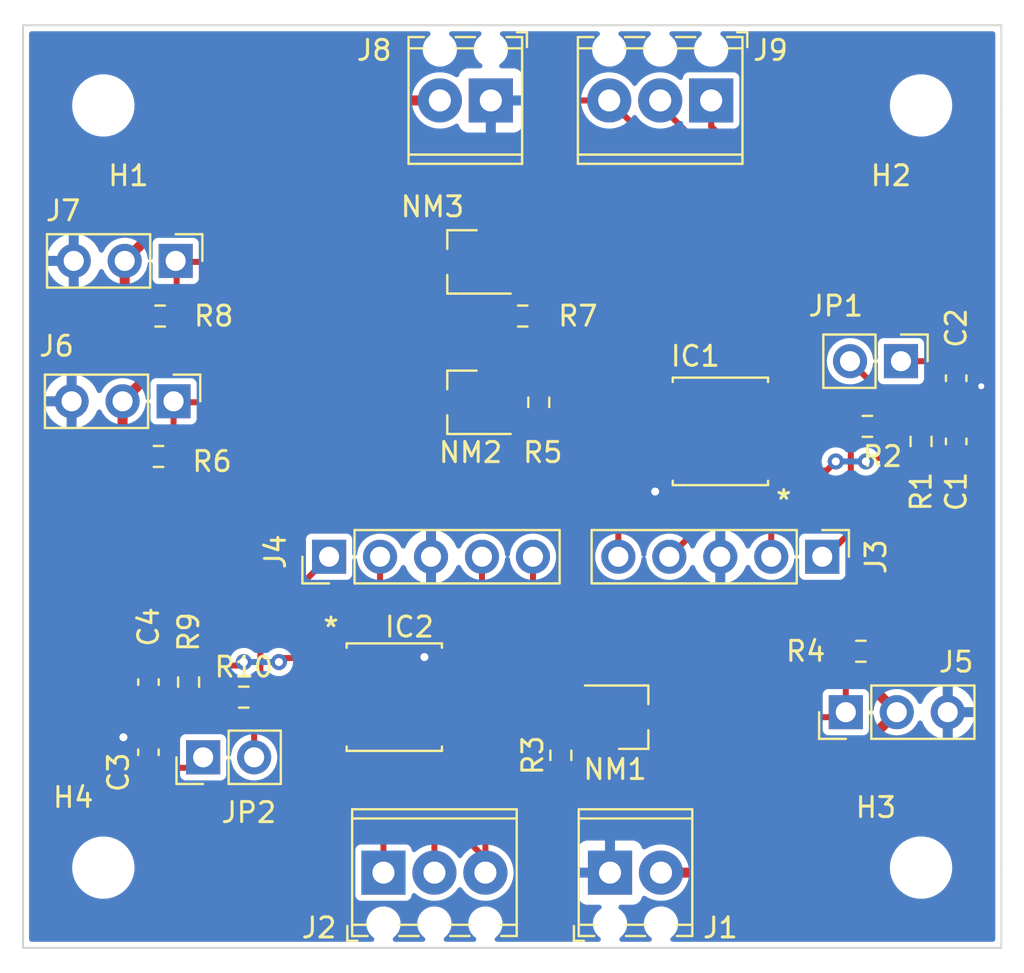
<source format=kicad_pcb>
(kicad_pcb (version 20211014) (generator pcbnew)
  (layers (0 "F.Cu" signal) (31 "B.Cu" signal) (34 "B.Paste" user) (35 "F.Paste" user) (36 "B.SilkS" user "B.Silkscreen") (37 "F.SilkS" user "F.Silkscreen") (38 "B.Mask" user) (39 "F.Mask" user) (44 "Edge.Cuts" user))
  (net 0 "")
  (net 1 "+3.3V")
  (net 2 "GND")
  (net 3 "Net-(C2-Pad1)")
  (net 4 "RA5")
  (net 5 "RA4")
  (net 6 "Net-(C3-Pad1)")
  (net 10 "RC2")
  (net 11 "RC1")
  (net 12 "RC0")
  (net 14 "MCLR1")
  (net 16 "+5V")
  (net 17 "S1")
  (net 18 "S2")
  (net 19 "S3")
  (net 20 "Net-(JP1-Pad2)")
  (net 21 "CLK1")
  (net 22 "DATA1")
  (net 23 "MCLR2")
  (net 30 "CLK2")
  (net 31 "DATA2")
  (net 32 "Net-(JP2-Pad2)")
  (net 33 "RA5_2")
  (net 34 "RA4_2")
  (net 35 "3.3V")
  (net 36 "5V")
  (footprint "Connector_PinHeader_2.54mm:PinHeader_1x03_P2.54mm_Vertical" (layer "F.Cu") (at 117 92.75 90)
    (fp_text reference "J5" (at 2.5 5.5 180) (layer "F.SilkS"))
    (fp_text value "Servo1")
    (fp_line (start -1.33 1.27) (end 1.33 1.27) (layer "F.SilkS") (width 0.12))
    (fp_line (start 1.33 1.27) (end 1.33 6.41) (layer "F.SilkS") (width 0.12))
    (fp_line (start -1.33 1.27) (end -1.33 6.41) (layer "F.SilkS") (width 0.12))
    (fp_line (start -1.33 0) (end -1.33 -1.33) (layer "F.SilkS") (width 0.12))
    (fp_line (start -1.33 -1.33) (end 0 -1.33) (layer "F.SilkS") (width 0.12))
    (fp_line (start -1.33 6.41) (end 1.33 6.41) (layer "F.SilkS") (width 0.12))
    (pad "1" thru_hole rect (at 0 0 90) (size 1.7 1.7) (drill 1) (layers *.Cu *.Mask) (net 17 "S1"))
    (pad "2" thru_hole oval (at 0 2.54 90) (size 1.7 1.7) (drill 1) (layers *.Cu *.Mask) (net 36 "5V"))
    (pad "3" thru_hole oval (at 0 5.08 90) (size 1.7 1.7) (drill 1) (layers *.Cu *.Mask) (net 2 "GND"))
  )
  (footprint "Resistor_SMD:R_0603_1608Metric" (layer "F.Cu") (at 100.9 73)
    (fp_text reference "R7" (at 2.75 0) (layer "F.SilkS"))
    (fp_text value "10k")
    (fp_line (start -0.237258 0.5225) (end 0.237258 0.5225) (layer "F.SilkS") (width 0.12))
    (fp_line (start -0.237258 -0.5225) (end 0.237258 -0.5225) (layer "F.SilkS") (width 0.12))
    (pad "1" smd roundrect (at -0.825 0) (size 0.8 0.95) (layers "F.Cu" "F.Paste" "F.Mask") (net 1 "+3.3V"))
    (pad "2" smd roundrect (at 0.825 0) (size 0.8 0.95) (layers "F.Cu" "F.Paste" "F.Mask") (net 10 "RC2"))
  )
  (footprint "MountingHole:MountingHole_2.5mm" (layer "F.Cu") (at 120.75 100.5)
    (fp_text reference "H3" (at -2.25 -3) (layer "F.SilkS"))
    (fp_text value "MountingHole")
    (pad "" np_thru_hole circle (at 0 0) (size 2.5 2.5) (drill 2.5) (layers F&B.Cu *.Mask))
  )
  (footprint "Capacitor_SMD:C_0603_1608Metric" (layer "F.Cu") (at 82.25 91.25 -90)
    (fp_text reference "C4" (at -2.75 0 90) (layer "F.SilkS"))
    (fp_text value "100n")
    (fp_line (start -0.14058 -0.51) (end 0.14058 -0.51) (layer "F.SilkS") (width 0.12))
    (fp_line (start -0.14058 0.51) (end 0.14058 0.51) (layer "F.SilkS") (width 0.12))
    (pad "1" smd roundrect (at -0.775 0 270) (size 0.9 0.95) (layers "F.Cu" "F.Paste" "F.Mask") (net 35 "3.3V"))
    (pad "2" smd roundrect (at 0.775 0 270) (size 0.9 0.95) (layers "F.Cu" "F.Paste" "F.Mask") (net 2 "GND"))
  )
  (footprint "Resistor_SMD:R_0603_1608Metric" (layer "F.Cu") (at 117.75 89.7125 180)
    (fp_text reference "R4" (at 2.75 0) (layer "F.SilkS"))
    (fp_text value "10k")
    (fp_line (start -0.237258 0.5225) (end 0.237258 0.5225) (layer "F.SilkS") (width 0.12))
    (fp_line (start -0.237258 -0.5225) (end 0.237258 -0.5225) (layer "F.SilkS") (width 0.12))
    (pad "1" smd roundrect (at -0.825 0 180) (size 0.8 0.95) (layers "F.Cu" "F.Paste" "F.Mask") (net 36 "5V"))
    (pad "2" smd roundrect (at 0.825 0 180) (size 0.8 0.95) (layers "F.Cu" "F.Paste" "F.Mask") (net 17 "S1"))
  )
  (footprint "TerminalBlock_Phoenix:TerminalBlock_Phoenix_MPT-0,5-2-2.54_1x02_P2.54mm_Horizontal" (layer "F.Cu") (at 99.31 62.25 180)
    (fp_text reference "J8" (at 5.81 2.5) (layer "F.SilkS"))
    (fp_text value "Conn_01x02")
    (fp_line (start -1.56 3.16) (end -0.79 3.16) (layer "F.SilkS") (width 0.12))
    (fp_line (start 0.79 2.6) (end 1.75 2.6) (layer "F.SilkS") (width 0.12))
    (fp_line (start 4.1 -3.16) (end 4.1 3.16) (layer "F.SilkS") (width 0.12))
    (fp_line (start -1.8 3.4) (end -1.3 3.4) (layer "F.SilkS") (width 0.12))
    (fp_line (start -1.56 -3.16) (end -1.56 3.16) (layer "F.SilkS") (width 0.12))
    (fp_line (start -1.56 2.6) (end -0.79 2.6) (layer "F.SilkS") (width 0.12))
    (fp_line (start -1.56 -3.16) (end 4.1 -3.16) (layer "F.SilkS") (width 0.12))
    (fp_line (start 0.79 3.16) (end 1.75 3.16) (layer "F.SilkS") (width 0.12))
    (fp_line (start -1.56 -2.7) (end 4.1 -2.7) (layer "F.SilkS") (width 0.12))
    (fp_line (start 3.33 3.16) (end 4.1 3.16) (layer "F.SilkS") (width 0.12))
    (fp_line (start 3.33 2.6) (end 4.1 2.6) (layer "F.SilkS") (width 0.12))
    (fp_line (start -1.8 2.66) (end -1.8 3.4) (layer "F.SilkS") (width 0.12))
    (pad "" np_thru_hole circle (at 0 2.54 180) (size 1.1 1.1) (drill 1.1) (layers *.Cu *.Mask))
    (pad "" np_thru_hole circle (at 2.54 2.54 180) (size 1.1 1.1) (drill 1.1) (layers *.Cu *.Mask))
    (pad "1" thru_hole rect (at 0 0 180) (size 2.2 2.2) (drill 1.1) (layers *.Cu *.Mask) (net 2 "GND"))
    (pad "2" thru_hole circle (at 2.54 0 180) (size 2.2 2.2) (drill 1.1) (layers *.Cu *.Mask) (net 16 "+5V"))
  )
  (footprint "TerminalBlock_Phoenix:TerminalBlock_Phoenix_MPT-0,5-2-2.54_1x02_P2.54mm_Horizontal" (layer "F.Cu") (at 105.25 100.75)
    (fp_text reference "J1" (at 5.5 2.75) (layer "F.SilkS"))
    (fp_text value "Conn_01x02")
    (fp_line (start 4.1 -3.16) (end 4.1 3.16) (layer "F.SilkS") (width 0.12))
    (fp_line (start -1.8 2.66) (end -1.8 3.4) (layer "F.SilkS") (width 0.12))
    (fp_line (start -1.56 3.16) (end -0.79 3.16) (layer "F.SilkS") (width 0.12))
    (fp_line (start 0.79 2.6) (end 1.75 2.6) (layer "F.SilkS") (width 0.12))
    (fp_line (start -1.56 2.6) (end -0.79 2.6) (layer "F.SilkS") (width 0.12))
    (fp_line (start -1.8 3.4) (end -1.3 3.4) (layer "F.SilkS") (width 0.12))
    (fp_line (start 3.33 3.16) (end 4.1 3.16) (layer "F.SilkS") (width 0.12))
    (fp_line (start -1.56 -2.7) (end 4.1 -2.7) (layer "F.SilkS") (width 0.12))
    (fp_line (start -1.56 -3.16) (end -1.56 3.16) (layer "F.SilkS") (width 0.12))
    (fp_line (start -1.56 -3.16) (end 4.1 -3.16) (layer "F.SilkS") (width 0.12))
    (fp_line (start 0.79 3.16) (end 1.75 3.16) (layer "F.SilkS") (width 0.12))
    (fp_line (start 3.33 2.6) (end 4.1 2.6) (layer "F.SilkS") (width 0.12))
    (pad "" np_thru_hole circle (at 0 2.54) (size 1.1 1.1) (drill 1.1) (layers *.Cu *.Mask))
    (pad "" np_thru_hole circle (at 2.54 2.54) (size 1.1 1.1) (drill 1.1) (layers *.Cu *.Mask))
    (pad "1" thru_hole rect (at 0 0) (size 2.2 2.2) (drill 1.1) (layers *.Cu *.Mask) (net 2 "GND"))
    (pad "2" thru_hole circle (at 2.54 0) (size 2.2 2.2) (drill 1.1) (layers *.Cu *.Mask) (net 36 "5V"))
  )
  (footprint "Connector_PinHeader_2.54mm:PinHeader_1x05_P2.54mm_Vertical" (layer "F.Cu") (at 115.825 85 -90)
    (fp_text reference "J3" (at 0 -2.675 90) (layer "F.SilkS"))
    (fp_text value "Conn_01x05")
    (fp_line (start -1.33 1.27) (end -1.33 11.49) (layer "F.SilkS") (width 0.12))
    (fp_line (start -1.33 -1.33) (end 0 -1.33) (layer "F.SilkS") (width 0.12))
    (fp_line (start -1.33 11.49) (end 1.33 11.49) (layer "F.SilkS") (width 0.12))
    (fp_line (start 1.33 1.27) (end 1.33 11.49) (layer "F.SilkS") (width 0.12))
    (fp_line (start -1.33 0) (end -1.33 -1.33) (layer "F.SilkS") (width 0.12))
    (fp_line (start -1.33 1.27) (end 1.33 1.27) (layer "F.SilkS") (width 0.12))
    (pad "1" thru_hole rect (at 0 0 270) (size 1.7 1.7) (drill 1) (layers *.Cu *.Mask) (net 14 "MCLR1"))
    (pad "2" thru_hole oval (at 0 2.54 270) (size 1.7 1.7) (drill 1) (layers *.Cu *.Mask) (net 1 "+3.3V"))
    (pad "3" thru_hole oval (at 0 5.08 270) (size 1.7 1.7) (drill 1) (layers *.Cu *.Mask) (net 2 "GND"))
    (pad "4" thru_hole oval (at 0 7.62 270) (size 1.7 1.7) (drill 1) (layers *.Cu *.Mask) (net 22 "DATA1"))
    (pad "5" thru_hole oval (at 0 10.16 270) (size 1.7 1.7) (drill 1) (layers *.Cu *.Mask) (net 21 "CLK1"))
  )
  (footprint "footprints:PIC16F15224-Eslash-ST" (layer "F.Cu") (at 94.5 92)
    (fp_text reference "IC2" (at 0.75 -3.5) (layer "F.SilkS"))
    (fp_text value "PIC16F15224-E_ST" hide)
    (fp_text user "*" (at -3.15595 -3.4486) (layer "F.SilkS"))
    (fp_line (start -2.3749 2.6797) (end 2.3749 2.6797) (layer "F.SilkS") (width 0.12))
    (fp_line (start -2.3749 2.460539) (end -2.3749 2.6797) (layer "F.SilkS") (width 0.12))
    (fp_line (start 2.3749 -2.6797) (end -2.3749 -2.6797) (layer "F.SilkS") (width 0.12))
    (fp_line (start 2.3749 -2.460539) (end 2.3749 -2.6797) (layer "F.SilkS") (width 0.12))
    (fp_line (start 2.3749 2.6797) (end 2.3749 2.460541) (layer "F.SilkS") (width 0.12))
    (fp_line (start -2.3749 -2.6797) (end -2.3749 -2.460541) (layer "F.SilkS") (width 0.12))
    (pad "1" smd rect (at -2.90195 -1.950001) (size 1.3081 0.3556) (layers "F.Cu" "F.Paste" "F.Mask") (net 35 "3.3V"))
    (pad "2" smd rect (at -2.90195 -1.3) (size 1.3081 0.3556) (layers "F.Cu" "F.Paste" "F.Mask") (net 33 "RA5_2"))
    (pad "3" smd rect (at -2.90195 -0.649999) (size 1.3081 0.3556) (layers "F.Cu" "F.Paste" "F.Mask") (net 34 "RA4_2"))
    (pad "4" smd rect (at -2.90195 0) (size 1.3081 0.3556) (layers "F.Cu" "F.Paste" "F.Mask") (net 23 "MCLR2"))
    (pad "5" smd rect (at -2.90195 0.649999) (size 1.3081 0.3556) (layers "F.Cu" "F.Paste" "F.Mask"))
    (pad "6" smd rect (at -2.90195 1.3) (size 1.3081 0.3556) (layers "F.Cu" "F.Paste" "F.Mask"))
    (pad "7" smd rect (at -2.90195 1.949999) (size 1.3081 0.3556) (layers "F.Cu" "F.Paste" "F.Mask"))
    (pad "8" smd rect (at 2.90195 1.950001) (size 1.3081 0.3556) (layers "F.Cu" "F.Paste" "F.Mask") (net 12 "RC0"))
    (pad "9" smd rect (at 2.90195 1.3) (size 1.3081 0.3556) (layers "F.Cu" "F.Paste" "F.Mask"))
    (pad "10" smd rect (at 2.90195 0.650001) (size 1.3081 0.3556) (layers "F.Cu" "F.Paste" "F.Mask"))
    (pad "11" smd rect (at 2.90195 0) (size 1.3081 0.3556) (layers "F.Cu" "F.Paste" "F.Mask"))
    (pad "12" smd rect (at 2.90195 -0.649999) (size 1.3081 0.3556) (layers "F.Cu" "F.Paste" "F.Mask") (net 30 "CLK2"))
    (pad "13" smd rect (at 2.90195 -1.3) (size 1.3081 0.3556) (layers "F.Cu" "F.Paste" "F.Mask") (net 31 "DATA2"))
    (pad "14" smd rect (at 2.90195 -1.949999) (size 1.3081 0.3556) (layers "F.Cu" "F.Paste" "F.Mask") (net 2 "GND"))
  )
  (footprint "TerminalBlock_Phoenix:TerminalBlock_Phoenix_MPT-0,5-3-2.54_1x03_P2.54mm_Horizontal" (layer "F.Cu") (at 110.29 62.25 180)
    (fp_text reference "J9" (at -2.96 2.5) (layer "F.SilkS"))
    (fp_text value "Conn_01x03")
    (fp_line (start -1.8 2.66) (end -1.8 3.4) (layer "F.SilkS") (width 0.12))
    (fp_line (start -1.56 -3.16) (end -1.56 3.16) (layer "F.SilkS") (width 0.12))
    (fp_line (start 6.64 -3.16) (end 6.64 3.16) (layer "F.SilkS") (width 0.12))
    (fp_line (start -1.56 -2.7) (end 6.64 -2.7) (layer "F.SilkS") (width 0.12))
    (fp_line (start -1.56 3.16) (end -0.79 3.16) (layer "F.SilkS") (width 0.12))
    (fp_line (start 5.87 3.16) (end 6.64 3.16) (layer "F.SilkS") (width 0.12))
    (fp_line (start -1.8 3.4) (end -1.3 3.4) (layer "F.SilkS") (width 0.12))
    (fp_line (start 3.33 2.6) (end 4.29 2.6) (layer "F.SilkS") (width 0.12))
    (fp_line (start -1.56 -3.16) (end 6.64 -3.16) (layer "F.SilkS") (width 0.12))
    (fp_line (start 5.87 2.6) (end 6.64 2.6) (layer "F.SilkS") (width 0.12))
    (fp_line (start 0.79 3.16) (end 1.75 3.16) (layer "F.SilkS") (width 0.12))
    (fp_line (start -1.56 2.6) (end -0.79 2.6) (layer "F.SilkS") (width 0.12))
    (fp_line (start 3.33 3.16) (end 4.29 3.16) (layer "F.SilkS") (width 0.12))
    (fp_line (start 0.79 2.6) (end 1.75 2.6) (layer "F.SilkS") (width 0.12))
    (pad "" np_thru_hole circle (at 5.08 2.54 180) (size 1.1 1.1) (drill 1.1) (layers *.Cu *.Mask))
    (pad "" np_thru_hole circle (at 2.54 2.54 180) (size 1.1 1.1) (drill 1.1) (layers *.Cu *.Mask))
    (pad "" np_thru_hole circle (at 0 2.54 180) (size 1.1 1.1) (drill 1.1) (layers *.Cu *.Mask))
    (pad "1" thru_hole rect (at 0 0 180) (size 2.2 2.2) (drill 1.1) (layers *.Cu *.Mask) (net 5 "RA4"))
    (pad "2" thru_hole circle (at 2.54 0 180) (size 2.2 2.2) (drill 1.1) (layers *.Cu *.Mask) (net 4 "RA5"))
    (pad "3" thru_hole circle (at 5.08 0 180) (size 2.2 2.2) (drill 1.1) (layers *.Cu *.Mask) (net 1 "+3.3V"))
  )
  (footprint "Resistor_SMD:R_0603_1608Metric" (layer "F.Cu") (at 82.75 80)
    (fp_text reference "R6" (at 2.67 0.25) (layer "F.SilkS"))
    (fp_text value "10k")
    (fp_line (start -0.237258 0.5225) (end 0.237258 0.5225) (layer "F.SilkS") (width 0.12))
    (fp_line (start -0.237258 -0.5225) (end 0.237258 -0.5225) (layer "F.SilkS") (width 0.12))
    (pad "1" smd roundrect (at -0.825 0) (size 0.8 0.95) (layers "F.Cu" "F.Paste" "F.Mask") (net 16 "+5V"))
    (pad "2" smd roundrect (at 0.825 0) (size 0.8 0.95) (layers "F.Cu" "F.Paste" "F.Mask") (net 18 "S2"))
  )
  (footprint "footprints:PIC16F15224-Eslash-ST" (layer "F.Cu") (at 110.75 78.75 180)
    (fp_text reference "IC1" (at 1.25 3.75) (layer "F.SilkS"))
    (fp_text value "PIC16F15224-E_ST" hide)
    (fp_text user "*" (at -3.15595 -3.4486) (layer "F.SilkS"))
    (fp_line (start -2.3749 2.460539) (end -2.3749 2.6797) (layer "F.SilkS") (width 0.12))
    (fp_line (start 2.3749 2.6797) (end 2.3749 2.460541) (layer "F.SilkS") (width 0.12))
    (fp_line (start 2.3749 -2.460539) (end 2.3749 -2.6797) (layer "F.SilkS") (width 0.12))
    (fp_line (start -2.3749 2.6797) (end 2.3749 2.6797) (layer "F.SilkS") (width 0.12))
    (fp_line (start 2.3749 -2.6797) (end -2.3749 -2.6797) (layer "F.SilkS") (width 0.12))
    (fp_line (start -2.3749 -2.6797) (end -2.3749 -2.460541) (layer "F.SilkS") (width 0.12))
    (pad "1" smd rect (at -2.90195 -1.950001 180) (size 1.3081 0.3556) (layers "F.Cu" "F.Paste" "F.Mask") (net 1 "+3.3V"))
    (pad "2" smd rect (at -2.90195 -1.3 180) (size 1.3081 0.3556) (layers "F.Cu" "F.Paste" "F.Mask") (net 4 "RA5"))
    (pad "3" smd rect (at -2.90195 -0.649999 180) (size 1.3081 0.3556) (layers "F.Cu" "F.Paste" "F.Mask") (net 5 "RA4"))
    (pad "4" smd rect (at -2.90195 0 180) (size 1.3081 0.3556) (layers "F.Cu" "F.Paste" "F.Mask") (net 14 "MCLR1"))
    (pad "5" smd rect (at -2.90195 0.649999 180) (size 1.3081 0.3556) (layers "F.Cu" "F.Paste" "F.Mask"))
    (pad "6" smd rect (at -2.90195 1.3 180) (size 1.3081 0.3556) (layers "F.Cu" "F.Paste" "F.Mask"))
    (pad "7" smd rect (at -2.90195 1.949999 180) (size 1.3081 0.3556) (layers "F.Cu" "F.Paste" "F.Mask"))
    (pad "8" smd rect (at 2.90195 1.950001 180) (size 1.3081 0.3556) (layers "F.Cu" "F.Paste" "F.Mask") (net 10 "RC2"))
    (pad "9" smd rect (at 2.90195 1.3 180) (size 1.3081 0.3556) (layers "F.Cu" "F.Paste" "F.Mask") (net 11 "RC1"))
    (pad "10" smd rect (at 2.90195 0.650001 180) (size 1.3081 0.3556) (layers "F.Cu" "F.Paste" "F.Mask"))
    (pad "11" smd rect (at 2.90195 0 180) (size 1.3081 0.3556) (layers "F.Cu" "F.Paste" "F.Mask"))
    (pad "12" smd rect (at 2.90195 -0.649999 180) (size 1.3081 0.3556) (layers "F.Cu" "F.Paste" "F.Mask") (net 21 "CLK1"))
    (pad "13" smd rect (at 2.90195 -1.3 180) (size 1.3081 0.3556) (layers "F.Cu" "F.Paste" "F.Mask") (net 22 "DATA1"))
    (pad "14" smd rect (at 2.90195 -1.949999 180) (size 1.3081 0.3556) (layers "F.Cu" "F.Paste" "F.Mask") (net 2 "GND"))
  )
  (footprint "Resistor_SMD:R_0603_1608Metric" (layer "F.Cu") (at 87 92 180)
    (fp_text reference "R10" (at 0 1.5) (layer "F.SilkS"))
    (fp_text value "220")
    (fp_line (start -0.237258 -0.5225) (end 0.237258 -0.5225) (layer "F.SilkS") (width 0.12))
    (fp_line (start -0.237258 0.5225) (end 0.237258 0.5225) (layer "F.SilkS") (width 0.12))
    (pad "1" smd roundrect (at -0.825 0 180) (size 0.8 0.95) (layers "F.Cu" "F.Paste" "F.Mask") (net 23 "MCLR2"))
    (pad "2" smd roundrect (at 0.825 0 180) (size 0.8 0.95) (layers "F.Cu" "F.Paste" "F.Mask") (net 32 "Net-(JP2-Pad2)"))
  )
  (footprint "Resistor_SMD:R_0603_1608Metric" (layer "F.Cu") (at 120.75 79.25 -90)
    (fp_text reference "R1" (at 2.5 0 90) (layer "F.SilkS"))
    (fp_text value "10k")
    (fp_line (start -0.237258 0.5225) (end 0.237258 0.5225) (layer "F.SilkS") (width 0.12))
    (fp_line (start -0.237258 -0.5225) (end 0.237258 -0.5225) (layer "F.SilkS") (width 0.12))
    (pad "1" smd roundrect (at -0.825 0 270) (size 0.8 0.95) (layers "F.Cu" "F.Paste" "F.Mask") (net 20 "Net-(JP1-Pad2)"))
    (pad "2" smd roundrect (at 0.825 0 270) (size 0.8 0.95) (layers "F.Cu" "F.Paste" "F.Mask") (net 1 "+3.3V"))
  )
  (footprint "Resistor_SMD:R_0603_1608Metric" (layer "F.Cu") (at 118.075 78.5)
    (fp_text reference "R2" (at 0.75 1.5) (layer "F.SilkS"))
    (fp_text value "220")
    (fp_line (start -0.237258 -0.5225) (end 0.237258 -0.5225) (layer "F.SilkS") (width 0.12))
    (fp_line (start -0.237258 0.5225) (end 0.237258 0.5225) (layer "F.SilkS") (width 0.12))
    (pad "1" smd roundrect (at -0.825 0) (size 0.8 0.95) (layers "F.Cu" "F.Paste" "F.Mask") (net 14 "MCLR1"))
    (pad "2" smd roundrect (at 0.825 0) (size 0.8 0.95) (layers "F.Cu" "F.Paste" "F.Mask") (net 20 "Net-(JP1-Pad2)"))
  )
  (footprint "Capacitor_SMD:C_0603_1608Metric" (layer "F.Cu") (at 122.5 76.1 -90)
    (fp_text reference "C2" (at -2.5 0 90) (layer "F.SilkS"))
    (fp_text value "10n")
    (fp_line (start -0.14058 -0.51) (end 0.14058 -0.51) (layer "F.SilkS") (width 0.12))
    (fp_line (start -0.14058 0.51) (end 0.14058 0.51) (layer "F.SilkS") (width 0.12))
    (pad "1" smd roundrect (at -0.775 0 270) (size 0.9 0.95) (layers "F.Cu" "F.Paste" "F.Mask") (net 3 "Net-(C2-Pad1)"))
    (pad "2" smd roundrect (at 0.775 0 270) (size 0.9 0.95) (layers "F.Cu" "F.Paste" "F.Mask") (net 2 "GND"))
  )
  (footprint "Capacitor_SMD:C_0603_1608Metric" (layer "F.Cu") (at 82.25 94.75 90)
    (fp_text reference "C3" (at -1 -1.5 90) (layer "F.SilkS"))
    (fp_text value "10n")
    (fp_line (start -0.14058 -0.51) (end 0.14058 -0.51) (layer "F.SilkS") (width 0.12))
    (fp_line (start -0.14058 0.51) (end 0.14058 0.51) (layer "F.SilkS") (width 0.12))
    (pad "1" smd roundrect (at -0.775 0 90) (size 0.9 0.95) (layers "F.Cu" "F.Paste" "F.Mask") (net 6 "Net-(C3-Pad1)"))
    (pad "2" smd roundrect (at 0.775 0 90) (size 0.9 0.95) (layers "F.Cu" "F.Paste" "F.Mask") (net 2 "GND"))
  )
  (footprint "MountingHole:MountingHole_2.5mm" (layer "F.Cu") (at 120.75 62.5)
    (fp_text reference "H2" (at -1.5 3.5) (layer "F.SilkS"))
    (fp_text value "MountingHole")
    (pad "" np_thru_hole circle (at 0 0) (size 2.5 2.5) (drill 2.5) (layers F&B.Cu *.Mask))
  )
  (footprint "Resistor_SMD:R_0603_1608Metric" (layer "F.Cu") (at 101.7 77.3 90)
    (fp_text reference "R5" (at -2.5 0.2 180) (layer "F.SilkS"))
    (fp_text value "10k")
    (fp_line (start -0.237258 0.5225) (end 0.237258 0.5225) (layer "F.SilkS") (width 0.12))
    (fp_line (start -0.237258 -0.5225) (end 0.237258 -0.5225) (layer "F.SilkS") (width 0.12))
    (pad "1" smd roundrect (at -0.825 0 90) (size 0.8 0.95) (layers "F.Cu" "F.Paste" "F.Mask") (net 1 "+3.3V"))
    (pad "2" smd roundrect (at 0.825 0 90) (size 0.8 0.95) (layers "F.Cu" "F.Paste" "F.Mask") (net 11 "RC1"))
  )
  (footprint "Connector_PinHeader_2.54mm:PinHeader_1x03_P2.54mm_Vertical" (layer "F.Cu") (at 83.605 70.25 -90)
    (fp_text reference "J7" (at -2.5 5.605 180) (layer "F.SilkS"))
    (fp_text value "Servo3")
    (fp_line (start -1.33 6.41) (end 1.33 6.41) (layer "F.SilkS") (width 0.12))
    (fp_line (start -1.33 -1.33) (end 0 -1.33) (layer "F.SilkS") (width 0.12))
    (fp_line (start -1.33 0) (end -1.33 -1.33) (layer "F.SilkS") (width 0.12))
    (fp_line (start -1.33 1.27) (end 1.33 1.27) (layer "F.SilkS") (width 0.12))
    (fp_line (start 1.33 1.27) (end 1.33 6.41) (layer "F.SilkS") (width 0.12))
    (fp_line (start -1.33 1.27) (end -1.33 6.41) (layer "F.SilkS") (width 0.12))
    (pad "1" thru_hole rect (at 0 0 270) (size 1.7 1.7) (drill 1) (layers *.Cu *.Mask) (net 19 "S3"))
    (pad "2" thru_hole oval (at 0 2.54 270) (size 1.7 1.7) (drill 1) (layers *.Cu *.Mask) (net 16 "+5V"))
    (pad "3" thru_hole oval (at 0 5.08 270) (size 1.7 1.7) (drill 1) (layers *.Cu *.Mask) (net 2 "GND"))
  )
  (footprint "Capacitor_SMD:C_0603_1608Metric" (layer "F.Cu") (at 122.5 79.25 90)
    (fp_text reference "C1" (at -2.5 0 90) (layer "F.SilkS"))
    (fp_text value "100n")
    (fp_line (start -0.14058 -0.51) (end 0.14058 -0.51) (layer "F.SilkS") (width 0.12))
    (fp_line (start -0.14058 0.51) (end 0.14058 0.51) (layer "F.SilkS") (width 0.12))
    (pad "1" smd roundrect (at -0.775 0 90) (size 0.9 0.95) (layers "F.Cu" "F.Paste" "F.Mask") (net 1 "+3.3V"))
    (pad "2" smd roundrect (at 0.775 0 90) (size 0.9 0.95) (layers "F.Cu" "F.Paste" "F.Mask") (net 2 "GND"))
  )
  (footprint "Package_TO_SOT_SMD:SOT-23_Handsoldering" (layer "F.Cu") (at 106.4 93)
    (fp_text reference "NM1" (at -0.9 2.6) (layer "F.SilkS"))
    (fp_text value "BSS138")
    (fp_line (start 0.76 1.58) (end -0.7 1.58) (layer "F.SilkS") (width 0.12))
    (fp_line (start 0.76 1.58) (end 0.76 0.65) (layer "F.SilkS") (width 0.12))
    (fp_line (start 0.76 -1.58) (end 0.76 -0.65) (layer "F.SilkS") (width 0.12))
    (fp_line (start 0.76 -1.58) (end -2.4 -1.58) (layer "F.SilkS") (width 0.12))
    (pad "1" smd rect (at 1.5 0) (size 1.9 0.8) (layers "F.Cu" "F.Paste" "F.Mask") (net 17 "S1"))
    (pad "2" smd rect (at -1.5 -0.95) (size 1.9 0.8) (layers "F.Cu" "F.Paste" "F.Mask") (net 35 "3.3V"))
    (pad "3" smd rect (at -1.5 0.95) (size 1.9 0.8) (layers "F.Cu" "F.Paste" "F.Mask") (net 12 "RC0"))
  )
  (footprint "Resistor_SMD:R_0603_1608Metric" (layer "F.Cu") (at 84.25 91.25 90)
    (fp_text reference "R9" (at 2.5 0 90) (layer "F.SilkS"))
    (fp_text value "10k")
    (fp_line (start -0.237258 -0.5225) (end 0.237258 -0.5225) (layer "F.SilkS") (width 0.12))
    (fp_line (start -0.237258 0.5225) (end 0.237258 0.5225) (layer "F.SilkS") (width 0.12))
    (pad "1" smd roundrect (at -0.825 0 90) (size 0.8 0.95) (layers "F.Cu" "F.Paste" "F.Mask") (net 32 "Net-(JP2-Pad2)"))
    (pad "2" smd roundrect (at 0.825 0 90) (size 0.8 0.95) (layers "F.Cu" "F.Paste" "F.Mask") (net 35 "3.3V"))
  )
  (footprint "Resistor_SMD:R_0603_1608Metric" (layer "F.Cu") (at 82.83 73)
    (fp_text reference "R8" (at 2.67 0) (layer "F.SilkS"))
    (fp_text value "10k")
    (fp_line (start -0.237258 0.5225) (end 0.237258 0.5225) (layer "F.SilkS") (width 0.12))
    (fp_line (start -0.237258 -0.5225) (end 0.237258 -0.5225) (layer "F.SilkS") (width 0.12))
    (pad "1" smd roundrect (at -0.825 0) (size 0.8 0.95) (layers "F.Cu" "F.Paste" "F.Mask") (net 16 "+5V"))
    (pad "2" smd roundrect (at 0.825 0) (size 0.8 0.95) (layers "F.Cu" "F.Paste" "F.Mask") (net 19 "S3"))
  )
  (footprint "MountingHole:MountingHole_2.5mm" (layer "F.Cu") (at 80 100.5)
    (fp_text reference "H4" (at -1.5 -3.5) (layer "F.SilkS"))
    (fp_text value "MountingHole")
    (pad "" np_thru_hole circle (at 0 0) (size 2.5 2.5) (drill 2.5) (layers F&B.Cu *.Mask))
  )
  (footprint "Connector_PinHeader_2.54mm:PinHeader_1x05_P2.54mm_Vertical" (layer "F.Cu") (at 91.25 85 90)
    (fp_text reference "J4" (at 0.25 -2.675 90) (layer "F.SilkS"))
    (fp_text value "Conn_01x05")
    (fp_line (start -1.33 11.49) (end 1.33 11.49) (layer "F.SilkS") (width 0.12))
    (fp_line (start -1.33 1.27) (end 1.33 1.27) (layer "F.SilkS") (width 0.12))
    (fp_line (start 1.33 1.27) (end 1.33 11.49) (layer "F.SilkS") (width 0.12))
    (fp_line (start -1.33 -1.33) (end 0 -1.33) (layer "F.SilkS") (width 0.12))
    (fp_line (start -1.33 0) (end -1.33 -1.33) (layer "F.SilkS") (width 0.12))
    (fp_line (start -1.33 1.27) (end -1.33 11.49) (layer "F.SilkS") (width 0.12))
    (pad "1" thru_hole rect (at 0 0 90) (size 1.7 1.7) (drill 1) (layers *.Cu *.Mask) (net 23 "MCLR2"))
    (pad "2" thru_hole oval (at 0 2.54 90) (size 1.7 1.7) (drill 1) (layers *.Cu *.Mask) (net 35 "3.3V"))
    (pad "3" thru_hole oval (at 0 5.08 90) (size 1.7 1.7) (drill 1) (layers *.Cu *.Mask) (net 2 "GND"))
    (pad "4" thru_hole oval (at 0 7.62 90) (size 1.7 1.7) (drill 1) (layers *.Cu *.Mask) (net 31 "DATA2"))
    (pad "5" thru_hole oval (at 0 10.16 90) (size 1.7 1.7) (drill 1) (layers *.Cu *.Mask) (net 30 "CLK2"))
  )
  (footprint "Resistor_SMD:R_0603_1608Metric" (layer "F.Cu") (at 102.8 94.9 90)
    (fp_text reference "R3" (at 0 -1.4 90) (layer "F.SilkS"))
    (fp_text value "10k")
    (fp_line (start -0.237258 0.5225) (end 0.237258 0.5225) (layer "F.SilkS") (width 0.12))
    (fp_line (start -0.237258 -0.5225) (end 0.237258 -0.5225) (layer "F.SilkS") (width 0.12))
    (pad "1" smd roundrect (at -0.825 0 90) (size 0.8 0.95) (layers "F.Cu" "F.Paste" "F.Mask") (net 35 "3.3V"))
    (pad "2" smd roundrect (at 0.825 0 90) (size 0.8 0.95) (layers "F.Cu" "F.Paste" "F.Mask") (net 12 "RC0"))
  )
  (footprint "Package_TO_SOT_SMD:SOT-23_Handsoldering" (layer "F.Cu") (at 97.9 70.3 180)
    (fp_text reference "NM3" (at 1.5 2.75) (layer "F.SilkS"))
    (fp_text value "BSS138")
    (fp_line (start 0.76 1.58) (end 0.76 0.65) (layer "F.SilkS") (width 0.12))
    (fp_line (start 0.76 1.58) (end -0.7 1.58) (layer "F.SilkS") (width 0.12))
    (fp_line (start 0.76 -1.58) (end 0.76 -0.65) (layer "F.SilkS") (width 0.12))
    (fp_line (start 0.76 -1.58) (end -2.4 -1.58) (layer "F.SilkS") (width 0.12))
    (pad "1" smd rect (at 1.5 0 180) (size 1.9 0.8) (layers "F.Cu" "F.Paste" "F.Mask") (net 19 "S3"))
    (pad "2" smd rect (at -1.5 -0.95 180) (size 1.9 0.8) (layers "F.Cu" "F.Paste" "F.Mask") (net 1 "+3.3V"))
    (pad "3" smd rect (at -1.5 0.95 180) (size 1.9 0.8) (layers "F.Cu" "F.Paste" "F.Mask") (net 10 "RC2"))
  )
  (footprint "TerminalBlock_Phoenix:TerminalBlock_Phoenix_MPT-0,5-3-2.54_1x03_P2.54mm_Horizontal" (layer "F.Cu") (at 93.96 100.75)
    (fp_text reference "J2" (at -3.21 2.75) (layer "F.SilkS"))
    (fp_text value "Conn_01x03")
    (fp_line (start 0.79 2.6) (end 1.75 2.6) (layer "F.SilkS") (width 0.12))
    (fp_line (start 5.87 3.16) (end 6.64 3.16) (layer "F.SilkS") (width 0.12))
    (fp_line (start -1.56 -3.16) (end -1.56 3.16) (layer "F.SilkS") (width 0.12))
    (fp_line (start -1.56 2.6) (end -0.79 2.6) (layer "F.SilkS") (width 0.12))
    (fp_line (start -1.56 3.16) (end -0.79 3.16) (layer "F.SilkS") (width 0.12))
    (fp_line (start 6.64 -3.16) (end 6.64 3.16) (layer "F.SilkS") (width 0.12))
    (fp_line (start -1.56 -2.7) (end 6.64 -2.7) (layer "F.SilkS") (width 0.12))
    (fp_line (start -1.56 -3.16) (end 6.64 -3.16) (layer "F.SilkS") (width 0.12))
    (fp_line (start 5.87 2.6) (end 6.64 2.6) (layer "F.SilkS") (width 0.12))
    (fp_line (start -1.8 2.66) (end -1.8 3.4) (layer "F.SilkS") (width 0.12))
    (fp_line (start -1.8 3.4) (end -1.3 3.4) (layer "F.SilkS") (width 0.12))
    (fp_line (start 3.33 3.16) (end 4.29 3.16) (layer "F.SilkS") (width 0.12))
    (fp_line (start 0.79 3.16) (end 1.75 3.16) (layer "F.SilkS") (width 0.12))
    (fp_line (start 3.33 2.6) (end 4.29 2.6) (layer "F.SilkS") (width 0.12))
    (pad "" np_thru_hole circle (at 2.54 2.54) (size 1.1 1.1) (drill 1.1) (layers *.Cu *.Mask))
    (pad "" np_thru_hole circle (at 0 2.54) (size 1.1 1.1) (drill 1.1) (layers *.Cu *.Mask))
    (pad "" np_thru_hole circle (at 5.08 2.54) (size 1.1 1.1) (drill 1.1) (layers *.Cu *.Mask))
    (pad "1" thru_hole rect (at 0 0) (size 2.2 2.2) (drill 1.1) (layers *.Cu *.Mask) (net 34 "RA4_2"))
    (pad "2" thru_hole circle (at 2.54 0) (size 2.2 2.2) (drill 1.1) (layers *.Cu *.Mask) (net 33 "RA5_2"))
    (pad "3" thru_hole circle (at 5.08 0) (size 2.2 2.2) (drill 1.1) (layers *.Cu *.Mask) (net 35 "3.3V"))
  )
  (footprint "Package_TO_SOT_SMD:SOT-23_Handsoldering" (layer "F.Cu") (at 97.9 77.3 180)
    (fp_text reference "NM2" (at -0.4 -2.5) (layer "F.SilkS"))
    (fp_text value "BSS138")
    (fp_line (start 0.76 1.58) (end 0.76 0.65) (layer "F.SilkS") (width 0.12))
    (fp_line (start 0.76 1.58) (end -0.7 1.58) (layer "F.SilkS") (width 0.12))
    (fp_line (start 0.76 -1.58) (end -2.4 -1.58) (layer "F.SilkS") (width 0.12))
    (fp_line (start 0.76 -1.58) (end 0.76 -0.65) (layer "F.SilkS") (width 0.12))
    (pad "1" smd rect (at 1.5 0 180) (size 1.9 0.8) (layers "F.Cu" "F.Paste" "F.Mask") (net 18 "S2"))
    (pad "2" smd rect (at -1.5 -0.95 180) (size 1.9 0.8) (layers "F.Cu" "F.Paste" "F.Mask") (net 1 "+3.3V"))
    (pad "3" smd rect (at -1.5 0.95 180) (size 1.9 0.8) (layers "F.Cu" "F.Paste" "F.Mask") (net 11 "RC1"))
  )
  (footprint "Connector_PinHeader_2.54mm:PinHeader_1x02_P2.54mm_Vertical" (layer "F.Cu") (at 119.75 75.25 -90)
    (fp_text reference "JP1" (at -2.75 3.25) (layer "F.SilkS"))
    (fp_text value "Jumper_2_Bridged")
    (fp_line (start 1.33 1.27) (end 1.33 3.87) (layer "F.SilkS") (width 0.12))
    (fp_line (start -1.33 3.87) (end 1.33 3.87) (layer "F.SilkS") (width 0.12))
    (fp_line (start -1.33 -1.33) (end 0 -1.33) (layer "F.SilkS") (width 0.12))
    (fp_line (start -1.33 1.27) (end 1.33 1.27) (layer "F.SilkS") (width 0.12))
    (fp_line (start -1.33 0) (end -1.33 -1.33) (layer "F.SilkS") (width 0.12))
    (fp_line (start -1.33 1.27) (end -1.33 3.87) (layer "F.SilkS") (width 0.12))
    (pad "1" thru_hole rect (at 0 0 270) (size 1.7 1.7) (drill 1) (layers *.Cu *.Mask) (net 3 "Net-(C2-Pad1)"))
    (pad "2" thru_hole oval (at 0 2.54 270) (size 1.7 1.7) (drill 1) (layers *.Cu *.Mask) (net 20 "Net-(JP1-Pad2)"))
  )
  (footprint "Connector_PinHeader_2.54mm:PinHeader_1x02_P2.54mm_Vertical" (layer "F.Cu") (at 84.975 95 90)
    (fp_text reference "JP2" (at -2.75 2.275 180) (layer "F.SilkS"))
    (fp_text value "Jumper_2_Bridged")
    (fp_line (start -1.33 1.27) (end -1.33 3.87) (layer "F.SilkS") (width 0.12))
    (fp_line (start 1.33 1.27) (end 1.33 3.87) (layer "F.SilkS") (width 0.12))
    (fp_line (start -1.33 1.27) (end 1.33 1.27) (layer "F.SilkS") (width 0.12))
    (fp_line (start -1.33 -1.33) (end 0 -1.33) (layer "F.SilkS") (width 0.12))
    (fp_line (start -1.33 0) (end -1.33 -1.33) (layer "F.SilkS") (width 0.12))
    (fp_line (start -1.33 3.87) (end 1.33 3.87) (layer "F.SilkS") (width 0.12))
    (pad "1" thru_hole rect (at 0 0 90) (size 1.7 1.7) (drill 1) (layers *.Cu *.Mask) (net 6 "Net-(C3-Pad1)"))
    (pad "2" thru_hole oval (at 0 2.54 90) (size 1.7 1.7) (drill 1) (layers *.Cu *.Mask) (net 32 "Net-(JP2-Pad2)"))
  )
  (footprint "MountingHole:MountingHole_2.5mm" (layer "F.Cu") (at 80 62.5)
    (fp_text reference "H1" (at 1.25 3.5) (layer "F.SilkS"))
    (fp_text value "MountingHole")
    (pad "" np_thru_hole circle (at 0 0) (size 2.5 2.5) (drill 2.5) (layers F&B.Cu *.Mask))
  )
  (footprint "Connector_PinHeader_2.54mm:PinHeader_1x03_P2.54mm_Vertical" (layer "F.Cu") (at 83.5 77.25 -90)
    (fp_text reference "J6" (at -2.75 5.83 180) (layer "F.SilkS"))
    (fp_text value "Servo2")
    (fp_line (start -1.33 6.41) (end 1.33 6.41) (layer "F.SilkS") (width 0.12))
    (fp_line (start -1.33 1.27) (end 1.33 1.27) (layer "F.SilkS") (width 0.12))
    (fp_line (start -1.33 -1.33) (end 0 -1.33) (layer "F.SilkS") (width 0.12))
    (fp_line (start 1.33 1.27) (end 1.33 6.41) (layer "F.SilkS") (width 0.12))
    (fp_line (start -1.33 1.27) (end -1.33 6.41) (layer "F.SilkS") (width 0.12))
    (fp_line (start -1.33 0) (end -1.33 -1.33) (layer "F.SilkS") (width 0.12))
    (pad "1" thru_hole rect (at 0 0 270) (size 1.7 1.7) (drill 1) (layers *.Cu *.Mask) (net 18 "S2"))
    (pad "2" thru_hole oval (at 0 2.54 270) (size 1.7 1.7) (drill 1) (layers *.Cu *.Mask) (net 16 "+5V"))
    (pad "3" thru_hole oval (at 0 5.08 270) (size 1.7 1.7) (drill 1) (layers *.Cu *.Mask) (net 2 "GND"))
  )
  (gr_line (start 124.75 58.5) (end 124.75 62.5) (layer "Edge.Cuts") (width 0.1))
  (gr_line (start 76 62.5) (end 76 100.5) (layer "Edge.Cuts") (width 0.1))
  (gr_line (start 76 58.5) (end 80 58.5) (layer "Edge.Cuts") (width 0.1))
  (gr_line (start 76 104.5) (end 76 100.5) (layer "Edge.Cuts") (width 0.1))
  (gr_line (start 124.75 104.5) (end 120.75 104.5) (layer "Edge.Cuts") (width 0.1))
  (gr_line (start 80 104.5) (end 76 104.5) (layer "Edge.Cuts") (width 0.1))
  (gr_line (start 76 62.5) (end 76 58.5) (layer "Edge.Cuts") (width 0.1))
  (gr_line (start 120.75 58.5) (end 80 58.5) (layer "Edge.Cuts") (width 0.1))
  (gr_line (start 124.75 62.5) (end 124.75 100.5) (layer "Edge.Cuts") (width 0.1))
  (gr_line (start 124.75 100.5) (end 124.75 104.5) (layer "Edge.Cuts") (width 0.1))
  (gr_line (start 120.75 104.5) (end 80 104.5) (layer "Edge.Cuts") (width 0.1))
  (gr_line (start 120.75 58.5) (end 124.75 58.5) (layer "Edge.Cuts") (width 0.1))
  (segment (start 120.75 80.075) (end 118.175 80.075) (width 0.3) (layer "F.Cu") (net 1))
  (segment (start 111 79.368502) (end 112.331499 80.700001) (width 0.3) (layer "F.Cu") (net 1))
  (segment (start 99.525 78.125) (end 99.4 78.25) (width 0.3) (layer "F.Cu") (net 1))
  (segment (start 97.9 75.8) (end 97.9 77.3) (width 0.3) (layer "F.Cu") (net 1))
  (segment (start 118.175 80.075) (end 118 80.25) (width 0.3) (layer "F.Cu") (net 1))
  (segment (start 113.285 81.066951) (end 113.65195 80.700001) (width 0.3) (layer "F.Cu") (net 1))
  (segment (start 98.85 71.25) (end 99.4 71.25) (width 0.3) (layer "F.Cu") (net 1))
  (segment (start 99.4 71.25) (end 99.4 72.325) (width 0.3) (layer "F.Cu") (net 1))
  (segment (start 100.075 73) (end 100.075 73.625) (width 0.3) (layer "F.Cu") (net 1))
  (segment (start 112.331499 80.700001) (end 113.65195 80.700001) (width 0.3) (layer "F.Cu") (net 1))
  (segment (start 99.4 72.325) (end 100.075 73) (width 0.3) (layer "F.Cu") (net 1))
  (segment (start 103.654366 62.25) (end 97.9 68.004366) (width 0.3) (layer "F.Cu") (net 1))
  (segment (start 97.9 68.004366) (end 97.9 70.3) (width 0.3) (layer "F.Cu") (net 1))
  (segment (start 111 68.04) (end 111 79.368502) (width 0.3) (layer "F.Cu") (net 1))
  (segment (start 105.21 62.25) (end 103.654366 62.25) (width 0.3) (layer "F.Cu") (net 1))
  (segment (start 116.049999 80.700001) (end 113.65195 80.700001) (width 0.3) (layer "F.Cu") (net 1))
  (segment (start 97.9 77.3) (end 98.85 78.25) (width 0.3) (layer "F.Cu") (net 1))
  (segment (start 97.9 70.3) (end 98.85 71.25) (width 0.3) (layer "F.Cu") (net 1))
  (segment (start 116.5 80.25) (end 116.049999 80.700001) (width 0.3) (layer "F.Cu") (net 1))
  (segment (start 105.21 62.25) (end 111 68.04) (width 0.3) (layer "F.Cu") (net 1))
  (segment (start 122.5 80.025) (end 120.8 80.025) (width 0.3) (layer "F.Cu") (net 1))
  (segment (start 100.075 73.625) (end 97.9 75.8) (width 0.3) (layer "F.Cu") (net 1))
  (segment (start 113.285 85) (end 113.285 81.066951) (width 0.3) (layer "F.Cu") (net 1))
  (segment (start 120.8 80.025) (end 120.75 80.075) (width 0.3) (layer "F.Cu") (net 1))
  (segment (start 98.85 78.25) (end 99.4 78.25) (width 0.3) (layer "F.Cu") (net 1))
  (segment (start 101.7 78.125) (end 99.525 78.125) (width 0.3) (layer "F.Cu") (net 1))
  (via (at 116.5 80.25) (size 0.8) (drill 0.4) (layers "F.Cu" "B.Cu") (net 1))
  (via (at 118 80.25) (size 0.8) (drill 0.4) (layers "F.Cu" "B.Cu") (net 1))
  (segment (start 118 80.25) (end 116.5 80.25) (width 0.3) (layer "B.Cu") (net 1))
  (segment (start 122.5 76.875) (end 123.375 76.875) (width 0.3) (layer "F.Cu") (net 2))
  (segment (start 97.40195 90.050001) (end 96.050001 90.050001) (width 0.3) (layer "F.Cu") (net 2))
  (segment (start 122.5 76.875) (end 122.5 78.475) (width 0.3) (layer "F.Cu") (net 2))
  (segment (start 123.375 76.875) (end 123.75 76.5) (width 0.3) (layer "F.Cu") (net 2))
  (segment (start 107.84805 80.699999) (end 107.84805 81.40195) (width 0.3) (layer "F.Cu") (net 2))
  (segment (start 81.025 93.975) (end 81 94) (width 0.3) (layer "F.Cu") (net 2))
  (segment (start 96.050001 90.050001) (end 96 90) (width 0.3) (layer "F.Cu") (net 2))
  (segment (start 82.25 93.975) (end 82.25 92.025) (width 0.3) (layer "F.Cu") (net 2))
  (segment (start 107.84805 81.40195) (end 107.5 81.75) (width 0.3) (layer "F.Cu") (net 2))
  (segment (start 82.25 93.975) (end 81.025 93.975) (width 0.3) (layer "F.Cu") (net 2))
  (via (at 123.75 76.5) (size 0.7) (drill 0.3) (layers "F.Cu" "B.Cu") (net 2))
  (via (at 107.5 81.75) (size 0.8) (drill 0.4) (layers "F.Cu" "B.Cu") (net 2))
  (via (at 81 94) (size 0.8) (drill 0.4) (layers "F.Cu" "B.Cu") (net 2))
  (via (at 96 90) (size 0.8) (drill 0.4) (layers "F.Cu" "B.Cu") (net 2))
  (segment (start 122.425 75.25) (end 122.5 75.325) (width 0.3) (layer "F.Cu") (net 3))
  (segment (start 119.75 75.25) (end 122.425 75.25) (width 0.3) (layer "F.Cu") (net 3))
  (segment (start 111.75 79.029899) (end 112.770101 80.05) (width 0.3) (layer "F.Cu") (net 4))
  (segment (start 111.75 66.5) (end 111.75 79.029899) (width 0.3) (layer "F.Cu") (net 4))
  (segment (start 112.770101 80.05) (end 113.65195 80.05) (width 0.3) (layer "F.Cu") (net 4))
  (segment (start 107.75 62.25) (end 107.75 62.5) (width 0.3) (layer "F.Cu") (net 4))
  (segment (start 107.75 62.5) (end 111.75 66.5) (width 0.3) (layer "F.Cu") (net 4))
  (segment (start 110.29 63.54) (end 112.5 65.75) (width 0.3) (layer "F.Cu") (net 5))
  (segment (start 112.5 65.75) (end 112.5 79) (width 0.3) (layer "F.Cu") (net 5))
  (segment (start 110.29 62.25) (end 110.29 63.54) (width 0.3) (layer "F.Cu") (net 5))
  (segment (start 112.899999 79.399999) (end 113.65195 79.399999) (width 0.3) (layer "F.Cu") (net 5))
  (segment (start 112.5 79) (end 112.899999 79.399999) (width 0.3) (layer "F.Cu") (net 5))
  (segment (start 84.45 95.525) (end 84.975 95) (width 0.3) (layer "F.Cu") (net 6))
  (segment (start 82.25 95.525) (end 84.45 95.525) (width 0.3) (layer "F.Cu") (net 6))
  (segment (start 99.4 69.35) (end 101.05 69.35) (width 0.3) (layer "F.Cu") (net 10))
  (segment (start 103.6 73) (end 107.399999 76.799999) (width 0.3) (layer "F.Cu") (net 10))
  (segment (start 101.725 73) (end 103.6 73) (width 0.3) (layer "F.Cu") (net 10))
  (segment (start 101.725 70.025) (end 101.725 73) (width 0.3) (layer "F.Cu") (net 10))
  (segment (start 107.399999 76.799999) (end 107.84805 76.799999) (width 0.3) (layer "F.Cu") (net 10))
  (segment (start 101.05 69.35) (end 101.725 70.025) (width 0.3) (layer "F.Cu") (net 10))
  (segment (start 101.7 76.475) (end 99.525 76.475) (width 0.3) (layer "F.Cu") (net 11))
  (segment (start 107.84805 77.45) (end 104.55 77.45) (width 0.3) (layer "F.Cu") (net 11))
  (segment (start 103.575 76.475) (end 101.7 76.475) (width 0.3) (layer "F.Cu") (net 11))
  (segment (start 99.525 76.475) (end 99.4 76.35) (width 0.3) (layer "F.Cu") (net 11))
  (segment (start 104.55 77.45) (end 103.575 76.475) (width 0.3) (layer "F.Cu") (net 11))
  (segment (start 102.675001 93.950001) (end 102.8 94.075) (width 0.3) (layer "F.Cu") (net 12))
  (segment (start 104.775 94.075) (end 104.9 93.95) (width 0.3) (layer "F.Cu") (net 12))
  (segment (start 97.40195 93.950001) (end 102.675001 93.950001) (width 0.3) (layer "F.Cu") (net 12))
  (segment (start 102.8 94.075) (end 104.775 94.075) (width 0.3) (layer "F.Cu") (net 12))
  (segment (start 117.25 83.75) (end 117.25 78.5) (width 0.3) (layer "F.Cu") (net 14))
  (segment (start 117.21 78.635) (end 117.325 78.75) (width 0.3) (layer "F.Cu") (net 14))
  (segment (start 115.825 85) (end 116 85) (width 0.3) (layer "F.Cu") (net 14))
  (segment (start 117.4 78.675) (end 117.325 78.75) (width 0.3) (layer "F.Cu") (net 14))
  (segment (start 116 85) (end 117.25 83.75) (width 0.3) (layer "F.Cu") (net 14))
  (segment (start 117 78.75) (end 113.65195 78.75) (width 0.3) (layer "F.Cu") (net 14))
  (segment (start 117.25 78.5) (end 117 78.75) (width 0.3) (layer "F.Cu") (net 14))
  (segment (start 82.005 73) (end 82.005 76.205) (width 0.5) (layer "F.Cu") (net 16))
  (segment (start 80.96 79.035) (end 81.925 80) (width 0.5) (layer "F.Cu") (net 16))
  (segment (start 82.005 76.205) (end 80.96 77.25) (width 0.5) (layer "F.Cu") (net 16))
  (segment (start 81.065 70.25) (end 81.065 72.06) (width 0.5) (layer "F.Cu") (net 16))
  (segment (start 80.96 77.25) (end 80.96 79.035) (width 0.5) (layer "F.Cu") (net 16))
  (segment (start 81.065 70.25) (end 89.065 62.25) (width 0.5) (layer "F.Cu") (net 16))
  (segment (start 89.065 62.25) (end 96.77 62.25) (width 0.5) (layer "F.Cu") (net 16))
  (segment (start 81.065 72.06) (end 82.005 73) (width 0.5) (layer "F.Cu") (net 16))
  (segment (start 107.9 93) (end 116.75 93) (width 0.3) (layer "F.Cu") (net 17))
  (segment (start 116.75 93) (end 117 92.75) (width 0.3) (layer "F.Cu") (net 17))
  (segment (start 117 92.75) (end 117 89.7875) (width 0.3) (layer "F.Cu") (net 17))
  (segment (start 117 89.7875) (end 116.925 89.7125) (width 0.3) (layer "F.Cu") (net 17))
  (segment (start 83.55 77.3) (end 83.5 77.25) (width 0.3) (layer "F.Cu") (net 18))
  (segment (start 83.5 79.925) (end 83.575 80) (width 0.3) (layer "F.Cu") (net 18))
  (segment (start 96.4 77.3) (end 83.55 77.3) (width 0.3) (layer "F.Cu") (net 18))
  (segment (start 83.5 77.25) (end 83.5 79.925) (width 0.3) (layer "F.Cu") (net 18))
  (segment (start 83.655 70.3) (end 83.605 70.25) (width 0.3) (layer "F.Cu") (net 19))
  (segment (start 83.655 73) (end 83.655 70.3) (width 0.3) (layer "F.Cu") (net 19))
  (segment (start 96.4 70.3) (end 83.655 70.3) (width 0.3) (layer "F.Cu") (net 19))
  (segment (start 118.9 76.94) (end 117.21 75.25) (width 0.3) (layer "F.Cu") (net 20))
  (segment (start 118.975 78.425) (end 118.9 78.5) (width 0.3) (layer "F.Cu") (net 20))
  (segment (start 118.9 78.5) (end 118.9 76.94) (width 0.3) (layer "F.Cu") (net 20))
  (segment (start 120.75 78.425) (end 118.975 78.425) (width 0.3) (layer "F.Cu") (net 20))
  (segment (start 105.665 85) (end 105.665 80.835) (width 0.3) (layer "F.Cu") (net 21))
  (segment (start 107.100001 79.399999) (end 107.84805 79.399999) (width 0.3) (layer "F.Cu") (net 21))
  (segment (start 105.665 80.835) (end 107.100001 79.399999) (width 0.3) (layer "F.Cu") (net 21))
  (segment (start 109.055 80.375099) (end 108.729901 80.05) (width 0.3) (layer "F.Cu") (net 22))
  (segment (start 108.729901 80.05) (end 107.84805 80.05) (width 0.3) (layer "F.Cu") (net 22))
  (segment (start 109.055 84.15) (end 109.055 80.375099) (width 0.3) (layer "F.Cu") (net 22))
  (segment (start 108.205 85) (end 109.055 84.15) (width 0.3) (layer "F.Cu") (net 22))
  (segment (start 87.825 92) (end 91.59805 92) (width 0.3) (layer "F.Cu") (net 23))
  (segment (start 87.825 88.425) (end 87.825 92) (width 0.3) (layer "F.Cu") (net 23))
  (segment (start 91.25 85) (end 87.825 88.425) (width 0.3) (layer "F.Cu") (net 23))
  (segment (start 101.41 85) (end 101.41 88.280907) (width 0.3) (layer "F.Cu") (net 30))
  (segment (start 101.41 88.280907) (end 98.340906 91.350001) (width 0.3) (layer "F.Cu") (net 30))
  (segment (start 98.340906 91.350001) (end 97.40195 91.350001) (width 0.3) (layer "F.Cu") (net 30))
  (segment (start 98.283801 90.7) (end 97.40195 90.7) (width 0.3) (layer "F.Cu") (net 31))
  (segment (start 98.87 90.113801) (end 98.283801 90.7) (width 0.3) (layer "F.Cu") (net 31))
  (segment (start 98.87 85) (end 98.87 90.113801) (width 0.3) (layer "F.Cu") (net 31))
  (segment (start 87.515 95) (end 87.515 93.34) (width 0.3) (layer "F.Cu") (net 32))
  (segment (start 87.515 93.34) (end 86.175 92) (width 0.3) (layer "F.Cu") (net 32))
  (segment (start 84.25 92.075) (end 86.1 92.075) (width 0.3) (layer "F.Cu") (net 32))
  (segment (start 86.1 92.075) (end 86.175 92) (width 0.3) (layer "F.Cu") (net 32))
  (segment (start 92.537006 90.7) (end 91.59805 90.7) (width 0.3) (layer "F.Cu") (net 33))
  (segment (start 93.5 96) (end 93.5 91.662994) (width 0.3) (layer "F.Cu") (net 33))
  (segment (start 93.5 96) (end 96.5 99) (width 0.3) (layer "F.Cu") (net 33))
  (segment (start 93.5 91.662994) (end 92.537006 90.7) (width 0.3) (layer "F.Cu") (net 33))
  (segment (start 96.5 99) (end 96.5 100.75) (width 0.3) (layer "F.Cu") (net 33))
  (segment (start 92.75 91.6201) (end 92.479901 91.350001) (width 0.3) (layer "F.Cu") (net 34))
  (segment (start 93.96 97.96) (end 93.96 100.75) (width 0.3) (layer "F.Cu") (net 34))
  (segment (start 93.96 97.96) (end 92.75 96.75) (width 0.3) (layer "F.Cu") (net 34))
  (segment (start 92.75 96.75) (end 92.75 91.6201) (width 0.3) (layer "F.Cu") (net 34))
  (segment (start 92.479901 91.350001) (end 91.59805 91.350001) (width 0.3) (layer "F.Cu") (net 34))
  (segment (start 94.25 95.25) (end 99.04 100.04) (width 0.3) (layer "F.Cu") (net 35))
  (segment (start 86.825 90.425) (end 87 90.25) (width 0.3) (layer "F.Cu") (net 35))
  (segment (start 105.55 92.05) (end 104.9 92.05) (width 0.3) (layer "F.Cu") (net 35))
  (segment (start 88.75 90.25) (end 88.950001 90.049999) (width 0.3) (layer "F.Cu") (net 35))
  (segment (start 102.8 95.725) (end 105.175 95.725) (width 0.3) (layer "F.Cu") (net 35))
  (segment (start 91.59805 90.049999) (end 93.049999 90.049999) (width 0.3) (layer "F.Cu") (net 35))
  (segment (start 82.25 90.475) (end 84.2 90.475) (width 0.3) (layer "F.Cu") (net 35))
  (segment (start 94.25 91.25) (end 94.25 95.25) (width 0.3) (layer "F.Cu") (net 35))
  (segment (start 84.25 90.425) (end 86.825 90.425) (width 0.3) (layer "F.Cu") (net 35))
  (segment (start 93.79 85) (end 93.79 87.858049) (width 0.3) (layer "F.Cu") (net 35))
  (segment (start 99.04 100.04) (end 99.04 100.75) (width 0.3) (layer "F.Cu") (net 35))
  (segment (start 93.79 87.858049) (end 91.59805 90.049999) (width 0.3) (layer "F.Cu") (net 35))
  (segment (start 99.04 96.76) (end 99.04 100.75) (width 0.3) (layer "F.Cu") (net 35))
  (segment (start 93.049999 90.049999) (end 94.25 91.25) (width 0.3) (layer "F.Cu") (net 35))
  (segment (start 106.4 94.5) (end 106.4 92.9) (width 0.3) (layer "F.Cu") (net 35))
  (segment (start 100.075 95.725) (end 102.8 95.725) (width 0.3) (layer "F.Cu") (net 35))
  (segment (start 84.2 90.475) (end 84.25 90.425) (width 0.3) (layer "F.Cu") (net 35))
  (segment (start 106.4 92.9) (end 105.55 92.05) (width 0.3) (layer "F.Cu") (net 35))
  (segment (start 99.04 96.76) (end 100.075 95.725) (width 0.3) (layer "F.Cu") (net 35))
  (segment (start 105.175 95.725) (end 106.4 94.5) (width 0.3) (layer "F.Cu") (net 35))
  (segment (start 88.950001 90.049999) (end 91.59805 90.049999) (width 0.3) (layer "F.Cu") (net 35))
  (via (at 88.75 90.25) (size 0.8) (drill 0.4) (layers "F.Cu" "B.Cu") (net 35))
  (via (at 87 90.25) (size 0.8) (drill 0.4) (layers "F.Cu" "B.Cu") (net 35))
  (segment (start 87 90.25) (end 88.75 90.25) (width 0.3) (layer "B.Cu") (net 35))
  (segment (start 118.575 89.7125) (end 118.575 91.785) (width 0.5) (layer "F.Cu") (net 36))
  (segment (start 118.575 91.785) (end 119.54 92.75) (width 0.5) (layer "F.Cu") (net 36))
  (segment (start 119.54 92.75) (end 111.54 100.75) (width 0.5) (layer "F.Cu") (net 36))
  (segment (start 111.54 100.75) (end 107.79 100.75) (width 0.5) (layer "F.Cu") (net 36))
  (zone (net 2) (net_name "GND") (layer "B.Cu") (connect_pads (clearance 0.3)) (min_thickness 0.25) (fill yes (thermal_gap 0.5) (thermal_bridge_width 0.5))
    (polygon (pts (xy 124.75 104.5) (xy 76 104.5) (xy 76 58.5) (xy 124.75 58.5)))
  )
)
</source>
